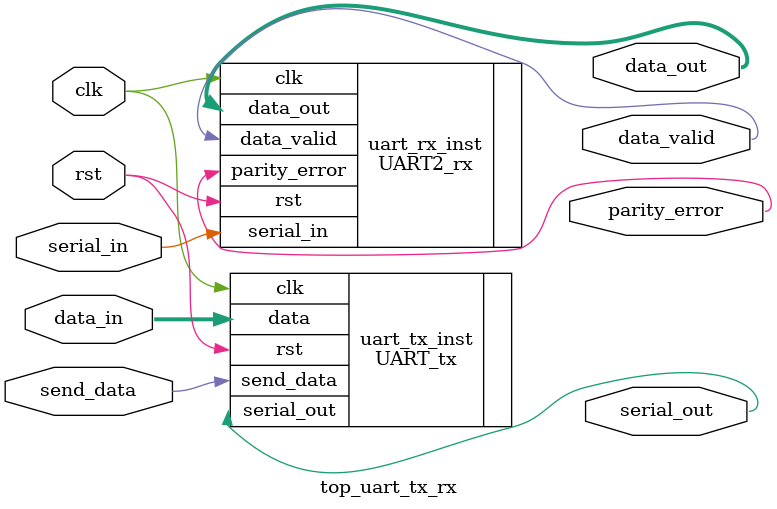
<source format=v>
module top_uart_tx_rx (
    input clk, rst,
    input send_data,
    input [7:0] data_in,
    output [7:0] data_out,
    output data_valid,
    output parity_error,
    input serial_in,
    output serial_out
);
	

	
UART_tx uart_tx_inst (
    .clk(clk),
    .rst(rst),
    .send_data(send_data),
    .data(data_in),
    .serial_out(serial_out)
);

UART2_rx uart_rx_inst (
    .clk(clk),
    .rst(rst),
    .serial_in(serial_in),
    .data_out(data_out),
    .data_valid(data_valid),
    .parity_error(parity_error)
);

endmodule
</source>
